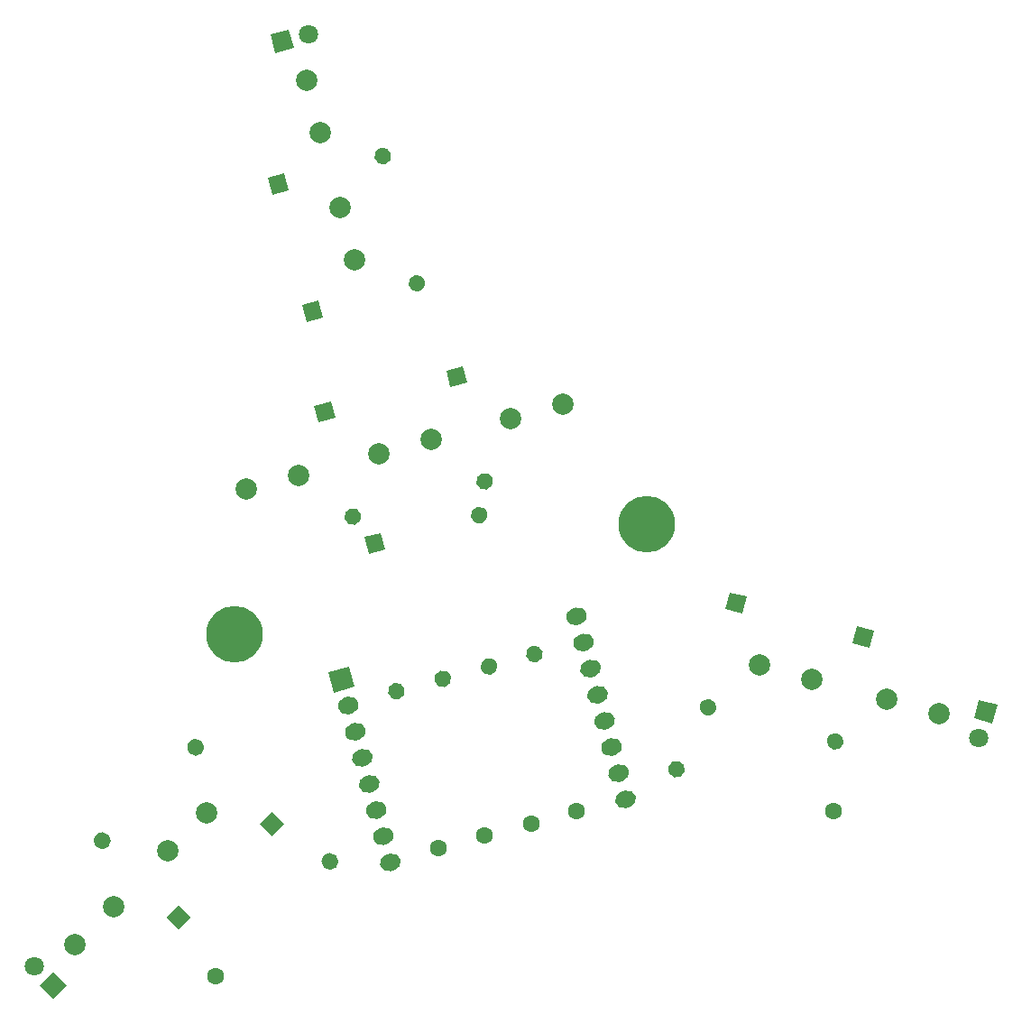
<source format=gbr>
G04 #@! TF.GenerationSoftware,KiCad,Pcbnew,5.1.10-88a1d61d58~88~ubuntu18.04.1*
G04 #@! TF.CreationDate,2021-09-12T23:00:54+02:00*
G04 #@! TF.ProjectId,remote_board,72656d6f-7465-45f6-926f-6172642e6b69,rev?*
G04 #@! TF.SameCoordinates,Original*
G04 #@! TF.FileFunction,Soldermask,Bot*
G04 #@! TF.FilePolarity,Negative*
%FSLAX46Y46*%
G04 Gerber Fmt 4.6, Leading zero omitted, Abs format (unit mm)*
G04 Created by KiCad (PCBNEW 5.1.10-88a1d61d58~88~ubuntu18.04.1) date 2021-09-12 23:00:54*
%MOMM*%
%LPD*%
G01*
G04 APERTURE LIST*
%ADD10C,0.100000*%
%ADD11C,2.000000*%
%ADD12C,1.600000*%
%ADD13C,5.300000*%
%ADD14C,1.800000*%
G04 APERTURE END LIST*
G36*
G01*
X146937665Y-101590454D02*
X146937665Y-101590454D01*
G75*
G02*
X147503351Y-100610658I772741J207055D01*
G01*
X147503351Y-100610658D01*
G75*
G02*
X148483147Y-101176344I207055J-772741D01*
G01*
X148483147Y-101176344D01*
G75*
G02*
X147917461Y-102156140I-772741J-207055D01*
G01*
X147917461Y-102156140D01*
G75*
G02*
X146937665Y-101590454I-207055J772741D01*
G01*
G37*
D10*
G36*
X137330915Y-104992796D02*
G01*
X136916804Y-103447315D01*
X138462285Y-103033204D01*
X138876396Y-104578685D01*
X137330915Y-104992796D01*
G37*
G36*
G01*
X141095665Y-79822654D02*
X141095665Y-79822654D01*
G75*
G02*
X141661351Y-78842858I772741J207055D01*
G01*
X141661351Y-78842858D01*
G75*
G02*
X142641147Y-79408544I207055J-772741D01*
G01*
X142641147Y-79408544D01*
G75*
G02*
X142075461Y-80388340I-772741J-207055D01*
G01*
X142075461Y-80388340D01*
G75*
G02*
X141095665Y-79822654I-207055J772741D01*
G01*
G37*
G36*
X131488915Y-83224996D02*
G01*
X131074804Y-81679515D01*
X132620285Y-81265404D01*
X133034396Y-82810885D01*
X131488915Y-83224996D01*
G37*
D11*
X109786149Y-141673851D03*
X113378251Y-138081749D03*
X150632348Y-92300600D03*
X155539252Y-90985800D03*
X138262548Y-95602600D03*
X143169452Y-94287800D03*
X130774252Y-97615200D03*
X125867348Y-98930000D03*
X134699200Y-72501948D03*
X136014000Y-77408852D03*
X178947704Y-116757800D03*
X174040800Y-115443000D03*
X122115851Y-129318749D03*
X118523749Y-132910851D03*
X131498800Y-60563948D03*
X132813600Y-65470852D03*
X190896052Y-119961200D03*
X185989148Y-118646400D03*
G36*
G01*
X144497053Y-117522431D02*
X144497053Y-117522431D01*
G75*
G02*
X143517257Y-116956745I-207055J772741D01*
G01*
X143517257Y-116956745D01*
G75*
G02*
X144082943Y-115976949I772741J207055D01*
G01*
X144082943Y-115976949D01*
G75*
G02*
X145062739Y-116542635I207055J-772741D01*
G01*
X145062739Y-116542635D01*
G75*
G02*
X144497053Y-117522431I-772741J-207055D01*
G01*
G37*
D12*
X148234400Y-131470400D03*
G36*
G01*
X148840453Y-116354031D02*
X148840453Y-116354031D01*
G75*
G02*
X147860657Y-115788345I-207055J772741D01*
G01*
X147860657Y-115788345D01*
G75*
G02*
X148426343Y-114808549I772741J207055D01*
G01*
X148426343Y-114808549D01*
G75*
G02*
X149406139Y-115374235I207055J-772741D01*
G01*
X149406139Y-115374235D01*
G75*
G02*
X148840453Y-116354031I-772741J-207055D01*
G01*
G37*
X152577800Y-130302000D03*
G36*
G01*
X140153653Y-118665431D02*
X140153653Y-118665431D01*
G75*
G02*
X139173857Y-118099745I-207055J772741D01*
G01*
X139173857Y-118099745D01*
G75*
G02*
X139739543Y-117119949I772741J207055D01*
G01*
X139739543Y-117119949D01*
G75*
G02*
X140719339Y-117685635I207055J-772741D01*
G01*
X140719339Y-117685635D01*
G75*
G02*
X140153653Y-118665431I-772741J-207055D01*
G01*
G37*
X143891000Y-132613400D03*
G36*
G01*
X167001631Y-125421653D02*
X167001631Y-125421653D01*
G75*
G02*
X166021835Y-125987339I-772741J207055D01*
G01*
X166021835Y-125987339D01*
G75*
G02*
X165456149Y-125007543I207055J772741D01*
G01*
X165456149Y-125007543D01*
G75*
G02*
X166435945Y-124441857I772741J-207055D01*
G01*
X166435945Y-124441857D01*
G75*
G02*
X167001631Y-125421653I-207055J-772741D01*
G01*
G37*
X180949600Y-129159000D03*
G36*
G01*
X153107653Y-115185631D02*
X153107653Y-115185631D01*
G75*
G02*
X152127857Y-114619945I-207055J772741D01*
G01*
X152127857Y-114619945D01*
G75*
G02*
X152693543Y-113640149I772741J207055D01*
G01*
X152693543Y-113640149D01*
G75*
G02*
X153673339Y-114205835I207055J-772741D01*
G01*
X153673339Y-114205835D01*
G75*
G02*
X153107653Y-115185631I-772741J-207055D01*
G01*
G37*
X156845000Y-129133600D03*
G36*
G01*
X133146622Y-134442378D02*
X133146622Y-134442378D01*
G75*
G02*
X133146622Y-133311008I565685J565685D01*
G01*
X133146622Y-133311008D01*
G75*
G02*
X134277992Y-133311008I565685J-565685D01*
G01*
X134277992Y-133311008D01*
G75*
G02*
X134277992Y-134442378I-565685J-565685D01*
G01*
X134277992Y-134442378D01*
G75*
G02*
X133146622Y-134442378I-565685J565685D01*
G01*
G37*
X122936000Y-144653000D03*
D13*
X163449000Y-102235000D03*
X124714000Y-112522000D03*
G36*
G01*
X148015346Y-97433065D02*
X148015346Y-97433065D01*
G75*
G02*
X148995142Y-97998751I207055J-772741D01*
G01*
X148995142Y-97998751D01*
G75*
G02*
X148429456Y-98978547I-772741J-207055D01*
G01*
X148429456Y-98978547D01*
G75*
G02*
X147449660Y-98412861I-207055J772741D01*
G01*
X147449660Y-98412861D01*
G75*
G02*
X148015346Y-97433065I772741J207055D01*
G01*
G37*
D10*
G36*
X144613004Y-87826315D02*
G01*
X146158485Y-87412204D01*
X146572596Y-88957685D01*
X145027115Y-89371796D01*
X144613004Y-87826315D01*
G37*
G36*
G01*
X135645546Y-100735065D02*
X135645546Y-100735065D01*
G75*
G02*
X136625342Y-101300751I207055J-772741D01*
G01*
X136625342Y-101300751D01*
G75*
G02*
X136059656Y-102280547I-772741J-207055D01*
G01*
X136059656Y-102280547D01*
G75*
G02*
X135079860Y-101714861I-207055J772741D01*
G01*
X135079860Y-101714861D01*
G75*
G02*
X135645546Y-100735065I772741J207055D01*
G01*
G37*
G36*
X132243204Y-91128315D02*
G01*
X133788685Y-90714204D01*
X134202796Y-92259685D01*
X132657315Y-92673796D01*
X132243204Y-91128315D01*
G37*
G36*
G01*
X169408454Y-118642065D02*
X169408454Y-118642065D01*
G75*
G02*
X169974140Y-119621861I-207055J-772741D01*
G01*
X169974140Y-119621861D01*
G75*
G02*
X168994344Y-120187547I-772741J207055D01*
G01*
X168994344Y-120187547D01*
G75*
G02*
X168428658Y-119207751I207055J772741D01*
G01*
X168428658Y-119207751D01*
G75*
G02*
X169408454Y-118642065I772741J-207055D01*
G01*
G37*
G36*
X171265315Y-108621204D02*
G01*
X172810796Y-109035315D01*
X172396685Y-110580796D01*
X170851204Y-110166685D01*
X171265315Y-108621204D01*
G37*
G36*
G01*
X121676880Y-123734280D02*
X121676880Y-123734280D01*
G75*
G02*
X120545510Y-123734280I-565685J565685D01*
G01*
X120545510Y-123734280D01*
G75*
G02*
X120545510Y-122602910I565685J565685D01*
G01*
X120545510Y-122602910D01*
G75*
G02*
X121676880Y-122602910I565685J-565685D01*
G01*
X121676880Y-122602910D01*
G75*
G02*
X121676880Y-123734280I-565685J-565685D01*
G01*
G37*
G36*
X129426771Y-130352800D02*
G01*
X128295400Y-131484171D01*
X127164029Y-130352800D01*
X128295400Y-129221429D01*
X129426771Y-130352800D01*
G37*
G36*
G01*
X137895265Y-67884654D02*
X137895265Y-67884654D01*
G75*
G02*
X138460951Y-66904858I772741J207055D01*
G01*
X138460951Y-66904858D01*
G75*
G02*
X139440747Y-67470544I207055J-772741D01*
G01*
X139440747Y-67470544D01*
G75*
G02*
X138875061Y-68450340I-772741J-207055D01*
G01*
X138875061Y-68450340D01*
G75*
G02*
X137895265Y-67884654I-207055J772741D01*
G01*
G37*
G36*
X128288515Y-71286996D02*
G01*
X127874404Y-69741515D01*
X129419885Y-69327404D01*
X129833996Y-70872885D01*
X128288515Y-71286996D01*
G37*
G36*
G01*
X181346454Y-121842465D02*
X181346454Y-121842465D01*
G75*
G02*
X181912140Y-122822261I-207055J-772741D01*
G01*
X181912140Y-122822261D01*
G75*
G02*
X180932344Y-123387947I-772741J207055D01*
G01*
X180932344Y-123387947D01*
G75*
G02*
X180366658Y-122408151I207055J772741D01*
G01*
X180366658Y-122408151D01*
G75*
G02*
X181346454Y-121842465I772741J-207055D01*
G01*
G37*
G36*
X183203315Y-111821604D02*
G01*
X184748796Y-112235715D01*
X184334685Y-113781196D01*
X182789204Y-113367085D01*
X183203315Y-111821604D01*
G37*
G36*
G01*
X112913880Y-132497280D02*
X112913880Y-132497280D01*
G75*
G02*
X111782510Y-132497280I-565685J565685D01*
G01*
X111782510Y-132497280D01*
G75*
G02*
X111782510Y-131365910I565685J565685D01*
G01*
X111782510Y-131365910D01*
G75*
G02*
X112913880Y-131365910I565685J-565685D01*
G01*
X112913880Y-131365910D01*
G75*
G02*
X112913880Y-132497280I-565685J-565685D01*
G01*
G37*
G36*
X120663771Y-139115800D02*
G01*
X119532400Y-140247171D01*
X118401029Y-139115800D01*
X119532400Y-137984429D01*
X120663771Y-139115800D01*
G37*
G36*
X108994192Y-145516600D02*
G01*
X107721400Y-146789392D01*
X106448608Y-145516600D01*
X107721400Y-144243808D01*
X108994192Y-145516600D01*
G37*
D14*
X105925349Y-143720549D03*
X194589400Y-122250200D03*
D10*
G36*
X194610404Y-118694478D02*
G01*
X196349070Y-119160352D01*
X195883196Y-120899018D01*
X194144530Y-120433144D01*
X194610404Y-118694478D01*
G37*
D14*
X131663252Y-56238600D03*
D10*
G36*
X128573404Y-57998270D02*
G01*
X128107530Y-56259604D01*
X129846196Y-55793730D01*
X130312070Y-57532396D01*
X128573404Y-57998270D01*
G37*
G36*
G01*
X155887538Y-111131416D02*
X155887538Y-111131416D01*
G75*
G02*
X156453224Y-110151620I772741J207055D01*
G01*
X156839594Y-110048092D01*
G75*
G02*
X157819390Y-110613778I207055J-772741D01*
G01*
X157819390Y-110613778D01*
G75*
G02*
X157253704Y-111593574I-772741J-207055D01*
G01*
X156867334Y-111697102D01*
G75*
G02*
X155887538Y-111131416I-207055J772741D01*
G01*
G37*
G36*
G01*
X156544939Y-113584867D02*
X156544939Y-113584867D01*
G75*
G02*
X157110625Y-112605071I772741J207055D01*
G01*
X157496995Y-112501543D01*
G75*
G02*
X158476791Y-113067229I207055J-772741D01*
G01*
X158476791Y-113067229D01*
G75*
G02*
X157911105Y-114047025I-772741J-207055D01*
G01*
X157524735Y-114150553D01*
G75*
G02*
X156544939Y-113584867I-207055J772741D01*
G01*
G37*
G36*
G01*
X157202339Y-116038319D02*
X157202339Y-116038319D01*
G75*
G02*
X157768025Y-115058523I772741J207055D01*
G01*
X158154395Y-114954995D01*
G75*
G02*
X159134191Y-115520681I207055J-772741D01*
G01*
X159134191Y-115520681D01*
G75*
G02*
X158568505Y-116500477I-772741J-207055D01*
G01*
X158182135Y-116604005D01*
G75*
G02*
X157202339Y-116038319I-207055J772741D01*
G01*
G37*
G36*
G01*
X157859740Y-118491770D02*
X157859740Y-118491770D01*
G75*
G02*
X158425426Y-117511974I772741J207055D01*
G01*
X158811796Y-117408446D01*
G75*
G02*
X159791592Y-117974132I207055J-772741D01*
G01*
X159791592Y-117974132D01*
G75*
G02*
X159225906Y-118953928I-772741J-207055D01*
G01*
X158839536Y-119057456D01*
G75*
G02*
X157859740Y-118491770I-207055J772741D01*
G01*
G37*
G36*
G01*
X158517140Y-120945222D02*
X158517140Y-120945222D01*
G75*
G02*
X159082826Y-119965426I772741J207055D01*
G01*
X159469196Y-119861898D01*
G75*
G02*
X160448992Y-120427584I207055J-772741D01*
G01*
X160448992Y-120427584D01*
G75*
G02*
X159883306Y-121407380I-772741J-207055D01*
G01*
X159496936Y-121510908D01*
G75*
G02*
X158517140Y-120945222I-207055J772741D01*
G01*
G37*
G36*
G01*
X159174540Y-123398674D02*
X159174540Y-123398674D01*
G75*
G02*
X159740226Y-122418878I772741J207055D01*
G01*
X160126596Y-122315350D01*
G75*
G02*
X161106392Y-122881036I207055J-772741D01*
G01*
X161106392Y-122881036D01*
G75*
G02*
X160540706Y-123860832I-772741J-207055D01*
G01*
X160154336Y-123964360D01*
G75*
G02*
X159174540Y-123398674I-207055J772741D01*
G01*
G37*
G36*
G01*
X159831941Y-125852125D02*
X159831941Y-125852125D01*
G75*
G02*
X160397627Y-124872329I772741J207055D01*
G01*
X160783997Y-124768801D01*
G75*
G02*
X161763793Y-125334487I207055J-772741D01*
G01*
X161763793Y-125334487D01*
G75*
G02*
X161198107Y-126314283I-772741J-207055D01*
G01*
X160811737Y-126417811D01*
G75*
G02*
X159831941Y-125852125I-207055J772741D01*
G01*
G37*
G36*
G01*
X160489341Y-128305577D02*
X160489341Y-128305577D01*
G75*
G02*
X161055027Y-127325781I772741J207055D01*
G01*
X161441397Y-127222253D01*
G75*
G02*
X162421193Y-127787939I207055J-772741D01*
G01*
X162421193Y-127787939D01*
G75*
G02*
X161855507Y-128767735I-772741J-207055D01*
G01*
X161469137Y-128871263D01*
G75*
G02*
X160489341Y-128305577I-207055J772741D01*
G01*
G37*
G36*
G01*
X138408277Y-134222180D02*
X138408277Y-134222180D01*
G75*
G02*
X138973963Y-133242384I772741J207055D01*
G01*
X139360333Y-133138856D01*
G75*
G02*
X140340129Y-133704542I207055J-772741D01*
G01*
X140340129Y-133704542D01*
G75*
G02*
X139774443Y-134684338I-772741J-207055D01*
G01*
X139388073Y-134787866D01*
G75*
G02*
X138408277Y-134222180I-207055J772741D01*
G01*
G37*
G36*
G01*
X137750876Y-131768729D02*
X137750876Y-131768729D01*
G75*
G02*
X138316562Y-130788933I772741J207055D01*
G01*
X138702932Y-130685405D01*
G75*
G02*
X139682728Y-131251091I207055J-772741D01*
G01*
X139682728Y-131251091D01*
G75*
G02*
X139117042Y-132230887I-772741J-207055D01*
G01*
X138730672Y-132334415D01*
G75*
G02*
X137750876Y-131768729I-207055J772741D01*
G01*
G37*
G36*
G01*
X137093476Y-129315277D02*
X137093476Y-129315277D01*
G75*
G02*
X137659162Y-128335481I772741J207055D01*
G01*
X138045532Y-128231953D01*
G75*
G02*
X139025328Y-128797639I207055J-772741D01*
G01*
X139025328Y-128797639D01*
G75*
G02*
X138459642Y-129777435I-772741J-207055D01*
G01*
X138073272Y-129880963D01*
G75*
G02*
X137093476Y-129315277I-207055J772741D01*
G01*
G37*
G36*
G01*
X136436075Y-126861825D02*
X136436075Y-126861825D01*
G75*
G02*
X137001761Y-125882029I772741J207055D01*
G01*
X137388131Y-125778501D01*
G75*
G02*
X138367927Y-126344187I207055J-772741D01*
G01*
X138367927Y-126344187D01*
G75*
G02*
X137802241Y-127323983I-772741J-207055D01*
G01*
X137415871Y-127427511D01*
G75*
G02*
X136436075Y-126861825I-207055J772741D01*
G01*
G37*
G36*
G01*
X135778675Y-124408374D02*
X135778675Y-124408374D01*
G75*
G02*
X136344361Y-123428578I772741J207055D01*
G01*
X136730731Y-123325050D01*
G75*
G02*
X137710527Y-123890736I207055J-772741D01*
G01*
X137710527Y-123890736D01*
G75*
G02*
X137144841Y-124870532I-772741J-207055D01*
G01*
X136758471Y-124974060D01*
G75*
G02*
X135778675Y-124408374I-207055J772741D01*
G01*
G37*
G36*
G01*
X135121275Y-121954922D02*
X135121275Y-121954922D01*
G75*
G02*
X135686961Y-120975126I772741J207055D01*
G01*
X136073331Y-120871598D01*
G75*
G02*
X137053127Y-121437284I207055J-772741D01*
G01*
X137053127Y-121437284D01*
G75*
G02*
X136487441Y-122417080I-772741J-207055D01*
G01*
X136101071Y-122520608D01*
G75*
G02*
X135121275Y-121954922I-207055J772741D01*
G01*
G37*
G36*
X134065293Y-118013945D02*
G01*
X133547655Y-116082093D01*
X135479507Y-115564455D01*
X135997145Y-117496307D01*
X134065293Y-118013945D01*
G37*
G36*
G01*
X134463874Y-119501471D02*
X134463874Y-119501471D01*
G75*
G02*
X135029560Y-118521675I772741J207055D01*
G01*
X135415930Y-118418147D01*
G75*
G02*
X136395726Y-118983833I207055J-772741D01*
G01*
X136395726Y-118983833D01*
G75*
G02*
X135830040Y-119963629I-772741J-207055D01*
G01*
X135443670Y-120067157D01*
G75*
G02*
X134463874Y-119501471I-207055J772741D01*
G01*
G37*
M02*

</source>
